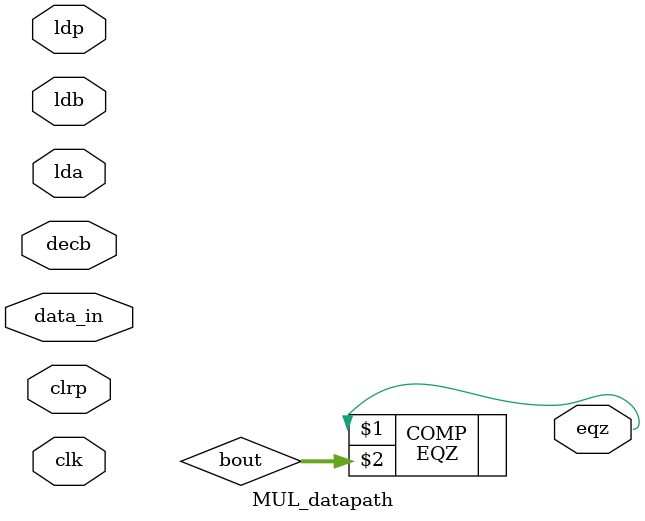
<source format=v>

/**TOP-LEVEL DESIGN**/
module MUL_datapath(eqz, lda, ldb, ldp, clrp, decb, data_in, clk);
    input lda, ldb, ldp, clrp, decb, clk;
    input [15:0]data_in;
    output eqz;
    wire [15:0]x, y, z, bout, bus;
    PIPO1 A(x, bus, lda, clk);
    PIPO2 P(y, z, ldp, clrp, clk);
    COUNTER B(Bout, bus, ldb, decb, clk);
    ADD AD(z, x, y);
    EQZ COMP(eqz, bout);
endmodule

</source>
